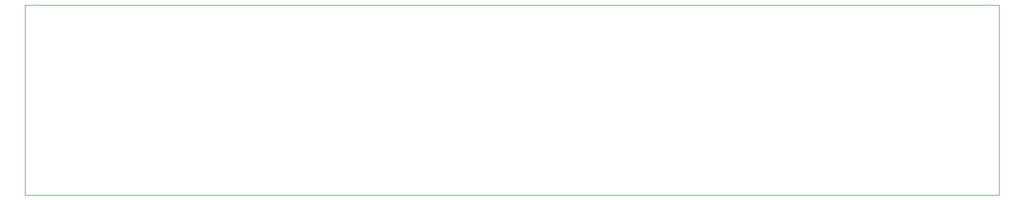
<source format=gm1>
G04 #@! TF.GenerationSoftware,KiCad,Pcbnew,(6.0.7)*
G04 #@! TF.CreationDate,2023-02-20T16:15:52-05:00*
G04 #@! TF.ProjectId,IR FANS LED board,49522046-414e-4532-904c-454420626f61,rev?*
G04 #@! TF.SameCoordinates,Original*
G04 #@! TF.FileFunction,Profile,NP*
%FSLAX46Y46*%
G04 Gerber Fmt 4.6, Leading zero omitted, Abs format (unit mm)*
G04 Created by KiCad (PCBNEW (6.0.7)) date 2023-02-20 16:15:52*
%MOMM*%
%LPD*%
G01*
G04 APERTURE LIST*
G04 #@! TA.AperFunction,Profile*
%ADD10C,0.100000*%
G04 #@! TD*
G04 APERTURE END LIST*
D10*
X60350400Y-18186400D02*
X209092800Y-18186400D01*
X209092800Y-18186400D02*
X209092800Y-47193200D01*
X209092800Y-47193200D02*
X60350400Y-47193200D01*
X60350400Y-47193200D02*
X60350400Y-18186400D01*
M02*

</source>
